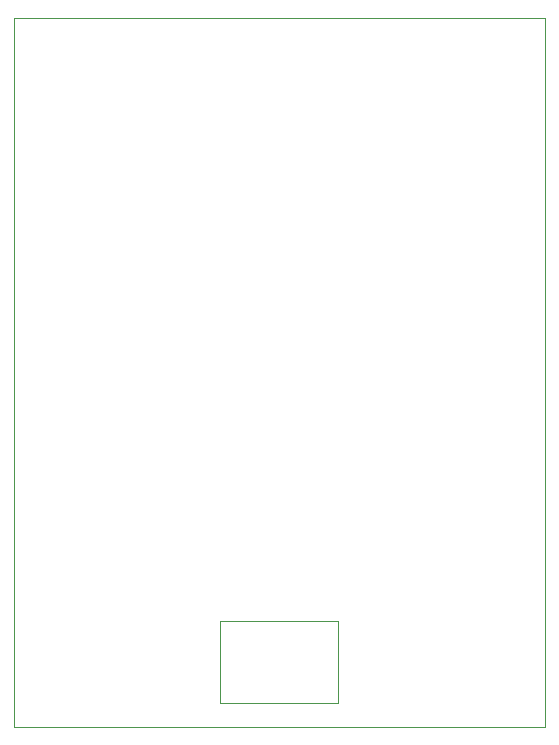
<source format=gbr>
%TF.GenerationSoftware,KiCad,Pcbnew,6.0.2+dfsg-1*%
%TF.CreationDate,2023-09-04T20:06:17+10:00*%
%TF.ProjectId,xiao-esp32c-temperature-sensor,7869616f-2d65-4737-9033-32632d74656d,rev?*%
%TF.SameCoordinates,Original*%
%TF.FileFunction,Profile,NP*%
%FSLAX46Y46*%
G04 Gerber Fmt 4.6, Leading zero omitted, Abs format (unit mm)*
G04 Created by KiCad (PCBNEW 6.0.2+dfsg-1) date 2023-09-04 20:06:17*
%MOMM*%
%LPD*%
G01*
G04 APERTURE LIST*
%TA.AperFunction,Profile*%
%ADD10C,0.050000*%
%TD*%
G04 APERTURE END LIST*
D10*
X135000000Y-141000000D02*
X125000000Y-141000000D01*
X135000000Y-148000000D02*
X135000000Y-141000000D01*
X125000000Y-148000000D02*
X135000000Y-148000000D01*
X125000000Y-141000000D02*
X125000000Y-148000000D01*
X107500000Y-90000000D02*
X152500000Y-90000000D01*
X152500000Y-150000000D02*
X107500000Y-150000000D01*
X152500000Y-90000000D02*
X152500000Y-95000000D01*
X107500000Y-150000000D02*
X107500000Y-90000000D01*
X152500000Y-95000000D02*
X152500000Y-150000000D01*
X118000000Y-90000000D02*
X142000000Y-90000000D01*
M02*

</source>
